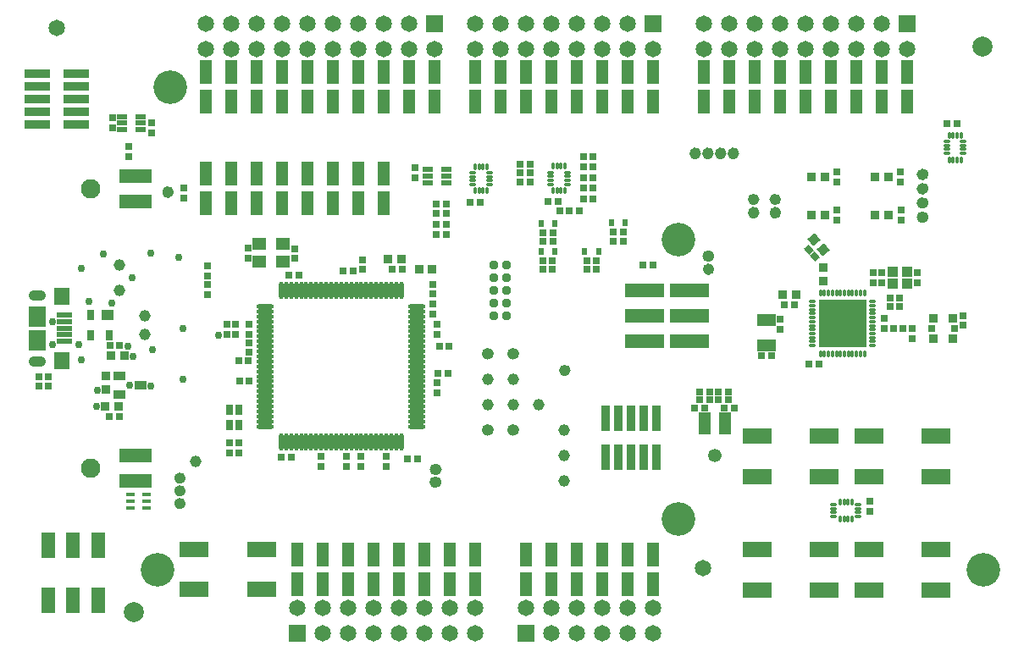
<source format=gts>
G04 Layer_Color=8388736*
%FSLAX24Y24*%
%MOIN*%
G70*
G01*
G75*
%ADD92C,0.0240*%
%ADD93R,0.0257X0.0296*%
%ADD94R,0.0434X0.0395*%
%ADD95R,0.0217X0.0257*%
%ADD96R,0.0296X0.0277*%
%ADD97O,0.0136X0.0305*%
%ADD98O,0.0305X0.0136*%
%ADD99R,0.0296X0.0257*%
%ADD100C,0.0139*%
%ADD101C,0.0454*%
%ADD102R,0.0462X0.0859*%
%ADD103R,0.0359X0.1005*%
%ADD104R,0.0462X0.0922*%
%ADD105O,0.0316X0.0139*%
%ADD106O,0.0139X0.0316*%
%ADD107R,0.1910X0.1910*%
%ADD108R,0.0277X0.0296*%
%ADD109R,0.0355X0.0375*%
%ADD110C,0.0370*%
%ADD111R,0.0316X0.0257*%
%ADD112R,0.0375X0.0355*%
G04:AMPARAMS|DCode=113|XSize=37.5mil|YSize=35.5mil|CornerRadius=0mil|HoleSize=0mil|Usage=FLASHONLY|Rotation=40.000|XOffset=0mil|YOffset=0mil|HoleType=Round|Shape=Rectangle|*
%AMROTATEDRECTD113*
4,1,4,-0.0029,-0.0257,-0.0258,0.0016,0.0029,0.0257,0.0258,-0.0016,-0.0029,-0.0257,0.0*
%
%ADD113ROTATEDRECTD113*%

G04:AMPARAMS|DCode=114|XSize=25.7mil|YSize=31.6mil|CornerRadius=0mil|HoleSize=0mil|Usage=FLASHONLY|Rotation=40.000|XOffset=0mil|YOffset=0mil|HoleType=Round|Shape=Rectangle|*
%AMROTATEDRECTD114*
4,1,4,0.0003,-0.0204,-0.0200,0.0038,-0.0003,0.0204,0.0200,-0.0038,0.0003,-0.0204,0.0*
%
%ADD114ROTATEDRECTD114*%

%ADD115R,0.0360X0.0380*%
%ADD116R,0.0592X0.0217*%
%ADD117R,0.0670X0.0808*%
%ADD118R,0.0611X0.0690*%
%ADD119R,0.0375X0.0355*%
%ADD120R,0.0288X0.0257*%
%ADD121R,0.1560X0.0560*%
%ADD122R,0.0414X0.0198*%
%ADD123R,0.1312X0.0560*%
%ADD124R,0.0460X0.0360*%
%ADD125C,0.0787*%
%ADD126R,0.1143X0.0611*%
%ADD127R,0.0316X0.0395*%
%ADD128R,0.0296X0.0395*%
%ADD129R,0.0454X0.0395*%
%ADD130R,0.0336X0.0178*%
%ADD131R,0.0532X0.0493*%
%ADD132O,0.0710X0.0178*%
%ADD133O,0.0178X0.0710*%
%ADD134R,0.1005X0.0359*%
%ADD135R,0.0532X0.1044*%
%ADD136R,0.0769X0.0454*%
%ADD137C,0.0529*%
%ADD138C,0.0651*%
%ADD139O,0.0690X0.0414*%
%ADD140R,0.0651X0.0651*%
%ADD141C,0.0761*%
%ADD142C,0.1320*%
%ADD143C,0.0300*%
D92*
X19613Y8491D02*
G03*
X19613Y8491I-110J0D01*
G01*
X19591D02*
G03*
X19591Y8491I-110J0D01*
G01*
X19613Y11491D02*
G03*
X19613Y11491I-110J0D01*
G01*
X19591D02*
G03*
X19591Y11491I-110J0D01*
G01*
X18613D02*
G03*
X18613Y11491I-110J0D01*
G01*
X18591D02*
G03*
X18591Y11491I-110J0D01*
G01*
X18613Y8491D02*
G03*
X18613Y8491I-110J0D01*
G01*
X18591D02*
G03*
X18591Y8491I-110J0D01*
G01*
X16564Y6935D02*
G03*
X16564Y6935I-110J0D01*
G01*
X16542D02*
G03*
X16542Y6935I-110J0D01*
G01*
X16554Y6435D02*
G03*
X16554Y6435I-110J0D01*
G01*
X16532D02*
G03*
X16532Y6435I-110J0D01*
G01*
X35728Y17985D02*
G03*
X35728Y17985I-110J0D01*
G01*
X35706D02*
G03*
X35706Y17985I-110J0D01*
G01*
X35728Y18545D02*
G03*
X35728Y18545I-110J0D01*
G01*
X35706D02*
G03*
X35706Y18545I-110J0D01*
G01*
X29065Y17567D02*
G03*
X29065Y17567I-110J0D01*
G01*
X29915D02*
G03*
X29915Y17567I-110J0D01*
G01*
Y17027D02*
G03*
X29915Y17027I-110J0D01*
G01*
Y17049D02*
G03*
X29915Y17049I-110J0D01*
G01*
X29065Y17027D02*
G03*
X29065Y17027I-110J0D01*
G01*
Y17049D02*
G03*
X29065Y17049I-110J0D01*
G01*
X26765Y19383D02*
G03*
X26765Y19383I-110J0D01*
G01*
Y19361D02*
G03*
X26765Y19361I-110J0D01*
G01*
X27265Y19383D02*
G03*
X27265Y19383I-110J0D01*
G01*
Y19361D02*
G03*
X27265Y19361I-110J0D01*
G01*
X27765Y19383D02*
G03*
X27765Y19383I-110J0D01*
G01*
Y19361D02*
G03*
X27765Y19361I-110J0D01*
G01*
X28265Y19383D02*
G03*
X28265Y19383I-110J0D01*
G01*
Y19361D02*
G03*
X28265Y19361I-110J0D01*
G01*
X6483Y5591D02*
G03*
X6483Y5591I-110J0D01*
G01*
Y6091D02*
G03*
X6483Y6091I-110J0D01*
G01*
Y6591D02*
G03*
X6483Y6591I-110J0D01*
G01*
X6015Y17869D02*
G03*
X6015Y17869I-110J0D01*
G01*
Y17847D02*
G03*
X6015Y17847I-110J0D01*
G01*
X35706Y16865D02*
G03*
X35706Y16865I-110J0D01*
G01*
X35728D02*
G03*
X35728Y16865I-110J0D01*
G01*
X35706Y17425D02*
G03*
X35706Y17425I-110J0D01*
G01*
X35728D02*
G03*
X35728Y17425I-110J0D01*
G01*
X21635Y10833D02*
G03*
X21635Y10833I-110J0D01*
G01*
X27287Y14815D02*
G03*
X27287Y14815I-110J0D01*
G01*
X27293Y15335D02*
G03*
X27293Y15335I-110J0D01*
G01*
X27271D02*
G03*
X27271Y15335I-110J0D01*
G01*
D93*
X33670Y14289D02*
D03*
Y14683D02*
D03*
X9091Y11927D02*
D03*
Y11534D02*
D03*
X35195Y12478D02*
D03*
Y12084D02*
D03*
X10881Y15627D02*
D03*
Y15234D02*
D03*
X16511Y9954D02*
D03*
Y10347D02*
D03*
X16481Y12657D02*
D03*
Y12264D02*
D03*
X16331Y13064D02*
D03*
Y13457D02*
D03*
X9061Y15657D02*
D03*
Y15264D02*
D03*
X34100Y12873D02*
D03*
Y12479D02*
D03*
X35400Y14683D02*
D03*
Y14289D02*
D03*
X30011Y12446D02*
D03*
Y12840D02*
D03*
X37184Y12993D02*
D03*
Y12599D02*
D03*
X13551Y14804D02*
D03*
Y15197D02*
D03*
X8221Y12647D02*
D03*
Y12254D02*
D03*
X9091Y12647D02*
D03*
Y12254D02*
D03*
X11931Y7437D02*
D03*
Y7044D02*
D03*
X14495Y7437D02*
D03*
Y7044D02*
D03*
X34000Y14289D02*
D03*
Y14683D02*
D03*
X33522Y5288D02*
D03*
Y5681D02*
D03*
D94*
X34985Y14260D02*
D03*
Y14713D02*
D03*
X34415D02*
D03*
Y14260D02*
D03*
D95*
X23353Y16645D02*
D03*
X23904D02*
D03*
X22303Y15522D02*
D03*
X22854D02*
D03*
X20583D02*
D03*
X21134D02*
D03*
X20582Y16612D02*
D03*
X21133D02*
D03*
D96*
X27221Y9981D02*
D03*
X26827D02*
D03*
X27567D02*
D03*
X27961D02*
D03*
X27567Y9681D02*
D03*
X27961D02*
D03*
X27221D02*
D03*
X26827D02*
D03*
X19765Y18952D02*
D03*
X20158D02*
D03*
X19765Y18602D02*
D03*
X20158D02*
D03*
X21705Y17132D02*
D03*
X22099D02*
D03*
X21312D02*
D03*
X21705D02*
D03*
X23833Y16272D02*
D03*
X23439D02*
D03*
X22775Y15159D02*
D03*
X22382D02*
D03*
X21043Y15152D02*
D03*
X20649D02*
D03*
X22248Y19261D02*
D03*
X22642D02*
D03*
X22248Y18841D02*
D03*
X22642D02*
D03*
X22248Y18421D02*
D03*
X22642D02*
D03*
X22248Y17581D02*
D03*
X22642D02*
D03*
X21052Y16242D02*
D03*
X20658D02*
D03*
X22248Y18001D02*
D03*
X22642D02*
D03*
X15722Y7361D02*
D03*
X15329D02*
D03*
X16585Y11791D02*
D03*
X16978D02*
D03*
X16871Y16591D02*
D03*
X16477D02*
D03*
X16871Y17011D02*
D03*
X16477D02*
D03*
X16871Y16171D02*
D03*
X16477D02*
D03*
X16871Y17381D02*
D03*
X16477D02*
D03*
X1211Y10581D02*
D03*
X817D02*
D03*
X19765Y18252D02*
D03*
X20158D02*
D03*
X24588Y14985D02*
D03*
X24982D02*
D03*
D97*
X36649Y20097D02*
D03*
X36807D02*
D03*
X36964D02*
D03*
X37122D02*
D03*
Y19132D02*
D03*
X36964D02*
D03*
X36807D02*
D03*
X36649D02*
D03*
X18468Y17900D02*
D03*
X18310D02*
D03*
X18153D02*
D03*
X17995D02*
D03*
Y18865D02*
D03*
X18153D02*
D03*
X18310D02*
D03*
X18468D02*
D03*
X21531Y17912D02*
D03*
X21373D02*
D03*
X21216D02*
D03*
X21058D02*
D03*
Y18877D02*
D03*
X21216D02*
D03*
X21373D02*
D03*
X21531D02*
D03*
X32828Y4990D02*
D03*
X32671D02*
D03*
X32513D02*
D03*
X32356D02*
D03*
Y5639D02*
D03*
X32513D02*
D03*
X32671D02*
D03*
X32828D02*
D03*
D98*
X37210Y19851D02*
D03*
Y19693D02*
D03*
Y19536D02*
D03*
Y19378D02*
D03*
X36561D02*
D03*
Y19536D02*
D03*
Y19693D02*
D03*
Y19851D02*
D03*
X17907Y18146D02*
D03*
Y18304D02*
D03*
Y18461D02*
D03*
Y18619D02*
D03*
X18556D02*
D03*
Y18461D02*
D03*
Y18304D02*
D03*
Y18146D02*
D03*
X20970Y18158D02*
D03*
Y18316D02*
D03*
Y18473D02*
D03*
Y18631D02*
D03*
X21620D02*
D03*
Y18473D02*
D03*
Y18316D02*
D03*
Y18158D02*
D03*
X33074Y5551D02*
D03*
Y5393D02*
D03*
Y5236D02*
D03*
Y5078D02*
D03*
X32110D02*
D03*
Y5236D02*
D03*
Y5393D02*
D03*
Y5551D02*
D03*
D99*
X18185Y17452D02*
D03*
X17792D02*
D03*
X21262Y17472D02*
D03*
X20868D02*
D03*
X23833Y15932D02*
D03*
X23439D02*
D03*
X22382Y14819D02*
D03*
X22775D02*
D03*
X20649Y14812D02*
D03*
X21043D02*
D03*
X21052Y15902D02*
D03*
X20658D02*
D03*
X27808Y9345D02*
D03*
X28202D02*
D03*
X10675Y14571D02*
D03*
X11068D02*
D03*
X16545Y10731D02*
D03*
X16938D02*
D03*
X10355Y7431D02*
D03*
X10748D02*
D03*
X8715Y10411D02*
D03*
X9108D02*
D03*
X8685Y11211D02*
D03*
X9078D02*
D03*
X1211Y10231D02*
D03*
X817D02*
D03*
X31527Y11066D02*
D03*
X31133D02*
D03*
X29255Y11403D02*
D03*
X29648D02*
D03*
X12795Y14741D02*
D03*
X13188D02*
D03*
X3615Y11801D02*
D03*
X4008D02*
D03*
X14735Y14821D02*
D03*
X15128D02*
D03*
X3589Y9011D02*
D03*
X3982D02*
D03*
X30547Y13426D02*
D03*
X30153D02*
D03*
X34313Y13686D02*
D03*
X34707D02*
D03*
X34313Y13356D02*
D03*
X34707D02*
D03*
X26628Y9345D02*
D03*
X27022D02*
D03*
X36962Y20535D02*
D03*
X36569D02*
D03*
D100*
X19625Y8491D02*
D03*
X19359D02*
D03*
X19625Y11491D02*
D03*
X19359D02*
D03*
X18625D02*
D03*
X18359D02*
D03*
X18625Y8491D02*
D03*
X18359D02*
D03*
X16576Y6935D02*
D03*
X16310D02*
D03*
X16566Y6435D02*
D03*
X16300D02*
D03*
X35740Y17985D02*
D03*
X35474D02*
D03*
X35740Y18545D02*
D03*
X35474D02*
D03*
X28955Y17445D02*
D03*
Y17691D02*
D03*
X29805Y17445D02*
D03*
Y17691D02*
D03*
Y16905D02*
D03*
Y17171D02*
D03*
X28955Y16905D02*
D03*
Y17171D02*
D03*
X26655Y19505D02*
D03*
Y19239D02*
D03*
X27155Y19505D02*
D03*
Y19239D02*
D03*
X27655Y19505D02*
D03*
Y19239D02*
D03*
X28155Y19505D02*
D03*
Y19239D02*
D03*
X6249Y5591D02*
D03*
X6495D02*
D03*
X6249Y6091D02*
D03*
X6495D02*
D03*
X6249Y6591D02*
D03*
X6495D02*
D03*
X5905Y17991D02*
D03*
Y17725D02*
D03*
X35474Y16865D02*
D03*
X35740D02*
D03*
X35474Y17425D02*
D03*
X35740D02*
D03*
X21525Y10955D02*
D03*
Y10709D02*
D03*
X27301Y14815D02*
D03*
X27055D02*
D03*
X27305Y15335D02*
D03*
X27039D02*
D03*
D101*
X20495Y9491D02*
D03*
X21495Y6491D02*
D03*
X6995Y7241D02*
D03*
X21495Y7491D02*
D03*
Y8491D02*
D03*
X19495Y10491D02*
D03*
Y9491D02*
D03*
X18495Y10491D02*
D03*
Y9491D02*
D03*
X3995Y14991D02*
D03*
Y13991D02*
D03*
X4995Y12991D02*
D03*
Y12241D02*
D03*
D102*
X27813Y8735D02*
D03*
X27025D02*
D03*
D103*
X23115Y8960D02*
D03*
X23615D02*
D03*
X24115D02*
D03*
X24615D02*
D03*
X25115D02*
D03*
X23115Y7425D02*
D03*
X23615D02*
D03*
X24115D02*
D03*
X24615D02*
D03*
X25115D02*
D03*
D104*
X7395Y17414D02*
D03*
Y18567D02*
D03*
X11395D02*
D03*
Y17414D02*
D03*
X12395Y18567D02*
D03*
Y17414D02*
D03*
X10395Y18567D02*
D03*
Y17414D02*
D03*
X9395Y18567D02*
D03*
Y17414D02*
D03*
X8395D02*
D03*
Y18567D02*
D03*
X14395Y17414D02*
D03*
Y18567D02*
D03*
X13395Y17414D02*
D03*
Y18567D02*
D03*
X26995Y21414D02*
D03*
Y22567D02*
D03*
X32995D02*
D03*
X28995D02*
D03*
X32995Y21414D02*
D03*
X28995D02*
D03*
X33995Y22567D02*
D03*
X34995D02*
D03*
X29995D02*
D03*
X30995D02*
D03*
X27995D02*
D03*
X33995Y21414D02*
D03*
X34995D02*
D03*
X29995Y21414D02*
D03*
X30995Y21414D02*
D03*
X27995D02*
D03*
X31995Y22567D02*
D03*
Y21414D02*
D03*
X21995Y21414D02*
D03*
Y22567D02*
D03*
X17995Y21414D02*
D03*
X20995D02*
D03*
X19995Y21414D02*
D03*
X24995Y21414D02*
D03*
X23995D02*
D03*
X17995Y22567D02*
D03*
X20995D02*
D03*
X19995D02*
D03*
X24995D02*
D03*
X23995D02*
D03*
X18995Y21414D02*
D03*
X22995D02*
D03*
X18995Y22567D02*
D03*
X22995D02*
D03*
X7395Y21414D02*
D03*
X13395D02*
D03*
X7395Y22567D02*
D03*
X13395D02*
D03*
X8395Y21414D02*
D03*
X9395Y21414D02*
D03*
X11395D02*
D03*
X12395D02*
D03*
X15395D02*
D03*
X16395D02*
D03*
X8395Y22567D02*
D03*
X9395D02*
D03*
X11395D02*
D03*
X12395D02*
D03*
X15395D02*
D03*
X16395D02*
D03*
X10395Y21414D02*
D03*
X14395Y21414D02*
D03*
X10395Y22567D02*
D03*
X14395D02*
D03*
X13995Y3567D02*
D03*
Y2414D02*
D03*
X17995Y3567D02*
D03*
X14995D02*
D03*
X15995Y3567D02*
D03*
X10995Y3567D02*
D03*
X11995D02*
D03*
X17995Y2414D02*
D03*
X14995D02*
D03*
X15995D02*
D03*
X10995D02*
D03*
X11995D02*
D03*
X16995Y3567D02*
D03*
X12995D02*
D03*
X16995Y2414D02*
D03*
X12995D02*
D03*
X21995Y2414D02*
D03*
Y3567D02*
D03*
X19995Y2414D02*
D03*
X20995D02*
D03*
X23995D02*
D03*
X24995D02*
D03*
X19995Y3567D02*
D03*
X20995D02*
D03*
X23995D02*
D03*
X24995D02*
D03*
X22995Y2414D02*
D03*
X22995Y3567D02*
D03*
D105*
X31259Y13542D02*
D03*
Y13385D02*
D03*
Y13227D02*
D03*
Y13070D02*
D03*
Y12912D02*
D03*
Y12755D02*
D03*
Y12598D02*
D03*
Y12440D02*
D03*
Y12283D02*
D03*
Y12125D02*
D03*
Y11968D02*
D03*
Y11810D02*
D03*
X33641D02*
D03*
Y11968D02*
D03*
Y12125D02*
D03*
Y12283D02*
D03*
Y12440D02*
D03*
Y12598D02*
D03*
Y12755D02*
D03*
Y12912D02*
D03*
Y13070D02*
D03*
Y13227D02*
D03*
Y13385D02*
D03*
Y13542D02*
D03*
D106*
X31584Y11485D02*
D03*
X31741D02*
D03*
X31899D02*
D03*
X32056D02*
D03*
X32214D02*
D03*
X32371D02*
D03*
X32529D02*
D03*
X32686D02*
D03*
X32844D02*
D03*
X33001D02*
D03*
X33159D02*
D03*
X33316D02*
D03*
Y13867D02*
D03*
X33159D02*
D03*
X33001D02*
D03*
X32844D02*
D03*
X32686D02*
D03*
X32529D02*
D03*
X32371D02*
D03*
X32214D02*
D03*
X32056D02*
D03*
X31899D02*
D03*
X31741D02*
D03*
X31584D02*
D03*
D107*
X32450Y12676D02*
D03*
D108*
X6515Y17614D02*
D03*
Y18007D02*
D03*
X16331Y13834D02*
D03*
Y14227D02*
D03*
X15625Y18817D02*
D03*
Y18424D02*
D03*
X5255Y20577D02*
D03*
Y20184D02*
D03*
X4355Y19254D02*
D03*
Y19648D02*
D03*
X32245Y18641D02*
D03*
Y18248D02*
D03*
X34735Y18641D02*
D03*
Y18248D02*
D03*
X34755Y17141D02*
D03*
Y16748D02*
D03*
X32245D02*
D03*
Y17141D02*
D03*
X3715Y20768D02*
D03*
Y20374D02*
D03*
X8324Y7977D02*
D03*
Y7584D02*
D03*
X8699Y7977D02*
D03*
Y7584D02*
D03*
X8571Y12647D02*
D03*
Y12254D02*
D03*
X12919Y7048D02*
D03*
Y7441D02*
D03*
X13509Y7048D02*
D03*
Y7441D02*
D03*
X7455Y14947D02*
D03*
Y14553D02*
D03*
X7456Y13811D02*
D03*
Y14204D02*
D03*
D109*
X15780Y14801D02*
D03*
X16311D02*
D03*
X14556Y15221D02*
D03*
X15087D02*
D03*
X4187Y11401D02*
D03*
X3656D02*
D03*
X3420Y9431D02*
D03*
X3951D02*
D03*
X30084Y13826D02*
D03*
X30616D02*
D03*
D110*
X19245Y14991D02*
D03*
Y13491D02*
D03*
Y13991D02*
D03*
Y12991D02*
D03*
X18745Y14991D02*
D03*
X19245Y14491D02*
D03*
X18745D02*
D03*
Y13991D02*
D03*
Y12991D02*
D03*
Y13491D02*
D03*
D111*
X34837Y12476D02*
D03*
X34463D02*
D03*
D112*
X31700Y14361D02*
D03*
Y14892D02*
D03*
X3465Y10075D02*
D03*
Y10606D02*
D03*
D113*
X31681Y15583D02*
D03*
X31339Y15990D02*
D03*
D114*
X31361Y15303D02*
D03*
X31120Y15589D02*
D03*
D115*
X31220Y18435D02*
D03*
X31770D02*
D03*
X33720D02*
D03*
X34270D02*
D03*
X31220Y16935D02*
D03*
X31770D02*
D03*
X33720D02*
D03*
X34270D02*
D03*
D116*
X1814Y12491D02*
D03*
Y12747D02*
D03*
Y13002D02*
D03*
Y12235D02*
D03*
Y11979D02*
D03*
D117*
X761Y12963D02*
D03*
Y12018D02*
D03*
D118*
X1725Y11231D02*
D03*
Y13750D02*
D03*
D119*
X36040Y12073D02*
D03*
Y12880D02*
D03*
X36788Y12073D02*
D03*
Y12880D02*
D03*
D120*
X35957Y12476D02*
D03*
X36871D02*
D03*
D121*
X26420Y11991D02*
D03*
X24670D02*
D03*
X26420Y12991D02*
D03*
X24670D02*
D03*
X26420Y13991D02*
D03*
X24670D02*
D03*
D122*
X16869Y18225D02*
D03*
Y18481D02*
D03*
Y18737D02*
D03*
X16121D02*
D03*
X16121Y18481D02*
D03*
X16121Y18225D02*
D03*
X4839Y20315D02*
D03*
Y20571D02*
D03*
Y20827D02*
D03*
X4091D02*
D03*
Y20571D02*
D03*
Y20315D02*
D03*
D123*
X4645Y17491D02*
D03*
Y18491D02*
D03*
Y7491D02*
D03*
Y6491D02*
D03*
D124*
X3995Y10621D02*
D03*
Y9873D02*
D03*
X4822Y10247D02*
D03*
D125*
X37968Y23591D02*
D03*
X4575Y1305D02*
D03*
D126*
X29087Y2194D02*
D03*
Y3769D02*
D03*
X31744Y2194D02*
D03*
Y3769D02*
D03*
X33487Y2194D02*
D03*
Y3769D02*
D03*
X36144Y2194D02*
D03*
Y3769D02*
D03*
X6937Y2203D02*
D03*
Y3778D02*
D03*
X9594Y2203D02*
D03*
Y3778D02*
D03*
X36144Y8239D02*
D03*
Y6664D02*
D03*
X33487Y8239D02*
D03*
Y6664D02*
D03*
X31744Y8239D02*
D03*
Y6664D02*
D03*
X29087Y8239D02*
D03*
Y6664D02*
D03*
D127*
X8344Y8695D02*
D03*
Y9266D02*
D03*
X8679Y8695D02*
D03*
Y9266D02*
D03*
D128*
X2847Y12217D02*
D03*
X3595D02*
D03*
X2847Y13024D02*
D03*
D129*
X3517D02*
D03*
D130*
X4445Y5431D02*
D03*
Y5942D02*
D03*
Y5687D02*
D03*
X5075Y5431D02*
D03*
Y5687D02*
D03*
Y5942D02*
D03*
D131*
X9501Y15100D02*
D03*
Y15801D02*
D03*
X10441Y15100D02*
D03*
Y15801D02*
D03*
D132*
X9739Y8628D02*
D03*
Y9022D02*
D03*
Y8825D02*
D03*
Y9416D02*
D03*
Y9219D02*
D03*
Y10006D02*
D03*
Y9810D02*
D03*
Y10203D02*
D03*
Y9613D02*
D03*
Y11187D02*
D03*
Y11581D02*
D03*
Y11384D02*
D03*
Y10597D02*
D03*
Y10400D02*
D03*
Y10991D02*
D03*
Y10794D02*
D03*
Y12762D02*
D03*
Y12565D02*
D03*
Y13156D02*
D03*
Y12959D02*
D03*
Y11975D02*
D03*
Y11778D02*
D03*
Y12369D02*
D03*
Y12172D02*
D03*
Y13353D02*
D03*
X15704Y8825D02*
D03*
Y8628D02*
D03*
Y9219D02*
D03*
Y9022D02*
D03*
Y9613D02*
D03*
Y9416D02*
D03*
Y9810D02*
D03*
Y10203D02*
D03*
Y10006D02*
D03*
Y10597D02*
D03*
Y10400D02*
D03*
Y11581D02*
D03*
Y11975D02*
D03*
Y11778D02*
D03*
Y10991D02*
D03*
Y10794D02*
D03*
Y11384D02*
D03*
Y11187D02*
D03*
Y13156D02*
D03*
Y12959D02*
D03*
Y13353D02*
D03*
Y12369D02*
D03*
Y12172D02*
D03*
Y12762D02*
D03*
Y12565D02*
D03*
D133*
X10359Y8008D02*
D03*
X10556D02*
D03*
X11147D02*
D03*
X11343D02*
D03*
X10753D02*
D03*
X10950D02*
D03*
X11934D02*
D03*
X12131D02*
D03*
X11540D02*
D03*
X11737D02*
D03*
X10950Y13973D02*
D03*
X11147D02*
D03*
X10359D02*
D03*
X10753D02*
D03*
X11343D02*
D03*
X11540D02*
D03*
X10556D02*
D03*
X12131D02*
D03*
X12328D02*
D03*
X11737D02*
D03*
X11934D02*
D03*
X14099Y8008D02*
D03*
X13706D02*
D03*
X13903D02*
D03*
X14690D02*
D03*
X14887D02*
D03*
X14296D02*
D03*
X14493D02*
D03*
X12721D02*
D03*
X12328D02*
D03*
X12525D02*
D03*
X13312D02*
D03*
X13509D02*
D03*
X12918D02*
D03*
X13115D02*
D03*
X15084D02*
D03*
X12525Y13973D02*
D03*
X12721D02*
D03*
X12918D02*
D03*
X13115D02*
D03*
X13312D02*
D03*
X13903D02*
D03*
X14099D02*
D03*
X13509D02*
D03*
X13706D02*
D03*
X14690D02*
D03*
X14887D02*
D03*
X14296D02*
D03*
X14493D02*
D03*
X15084D02*
D03*
D134*
X2293Y22501D02*
D03*
Y22001D02*
D03*
Y21501D02*
D03*
Y21001D02*
D03*
Y20501D02*
D03*
X758Y22501D02*
D03*
Y22001D02*
D03*
Y21501D02*
D03*
Y21001D02*
D03*
Y20501D02*
D03*
D135*
X3160Y1778D02*
D03*
X1191D02*
D03*
X2175D02*
D03*
Y3943D02*
D03*
X1191D02*
D03*
X3160D02*
D03*
D136*
X29451Y11821D02*
D03*
Y12805D02*
D03*
D137*
X27419Y7485D02*
D03*
D138*
X1525Y24301D02*
D03*
X26975Y3051D02*
D03*
X27995Y24491D02*
D03*
Y23491D02*
D03*
X30995D02*
D03*
Y24491D02*
D03*
X32995Y23491D02*
D03*
Y24491D02*
D03*
X33995Y23491D02*
D03*
Y24491D02*
D03*
X34995Y23491D02*
D03*
X31995Y24491D02*
D03*
Y23491D02*
D03*
X29995Y24491D02*
D03*
Y23491D02*
D03*
X28995D02*
D03*
Y24491D02*
D03*
X26995D02*
D03*
Y23491D02*
D03*
X24995Y1491D02*
D03*
Y491D02*
D03*
X22995Y1491D02*
D03*
Y491D02*
D03*
X19995Y1491D02*
D03*
X20995Y491D02*
D03*
Y1491D02*
D03*
X21995Y491D02*
D03*
Y1491D02*
D03*
X23995Y491D02*
D03*
Y1491D02*
D03*
X17995Y491D02*
D03*
Y1491D02*
D03*
X14995D02*
D03*
Y491D02*
D03*
X12995Y1491D02*
D03*
Y491D02*
D03*
X11995Y1491D02*
D03*
Y491D02*
D03*
X10995Y1491D02*
D03*
X13995Y491D02*
D03*
Y1491D02*
D03*
X15995Y491D02*
D03*
Y1491D02*
D03*
X16995D02*
D03*
Y491D02*
D03*
X17995Y24491D02*
D03*
Y23491D02*
D03*
X20995D02*
D03*
Y24491D02*
D03*
X22995Y23491D02*
D03*
Y24491D02*
D03*
X23995Y23491D02*
D03*
Y24491D02*
D03*
X24995Y23491D02*
D03*
X21995Y24491D02*
D03*
Y23491D02*
D03*
X19995Y24491D02*
D03*
Y23491D02*
D03*
X18995D02*
D03*
Y24491D02*
D03*
X7395D02*
D03*
Y23491D02*
D03*
X8395D02*
D03*
Y24491D02*
D03*
X10395D02*
D03*
Y23491D02*
D03*
X11395D02*
D03*
Y24491D02*
D03*
X13395Y23491D02*
D03*
Y24491D02*
D03*
X16395Y23491D02*
D03*
X15395Y24491D02*
D03*
Y23491D02*
D03*
X14395Y24491D02*
D03*
Y23491D02*
D03*
X12395Y24491D02*
D03*
Y23491D02*
D03*
X9395D02*
D03*
Y24491D02*
D03*
D139*
X761Y11191D02*
D03*
Y13790D02*
D03*
D140*
X34995Y24491D02*
D03*
X19995Y491D02*
D03*
X10995D02*
D03*
X24995Y24491D02*
D03*
X16395D02*
D03*
D141*
X2875Y17991D02*
D03*
Y6991D02*
D03*
D142*
X25995Y4991D02*
D03*
Y15991D02*
D03*
X5495Y2991D02*
D03*
X5995Y21991D02*
D03*
X37995Y2991D02*
D03*
D143*
X3365Y15425D02*
D03*
X5235Y15435D02*
D03*
X2495Y14865D02*
D03*
X2785Y13545D02*
D03*
X2505Y11255D02*
D03*
X1355Y11835D02*
D03*
Y12745D02*
D03*
X4321Y11786D02*
D03*
X6345Y15275D02*
D03*
X6495Y12491D02*
D03*
X3695Y13495D02*
D03*
X5291Y11661D02*
D03*
X7911Y12231D02*
D03*
X6495Y10491D02*
D03*
X2385Y11860D02*
D03*
X4541Y11391D02*
D03*
X4495Y14491D02*
D03*
X3095Y9421D02*
D03*
X3135Y10061D02*
D03*
X4405Y10241D02*
D03*
X5245Y10231D02*
D03*
M02*

</source>
